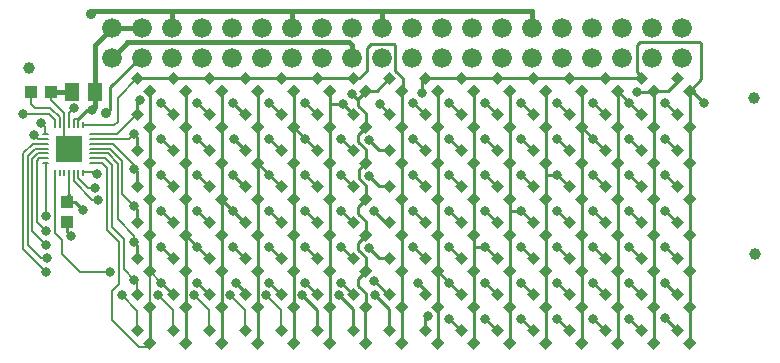
<source format=gbr>
G04 EAGLE Gerber RS-274X export*
G75*
%MOMM*%
%FSLAX34Y34*%
%LPD*%
%INTop Copper*%
%IPPOS*%
%AMOC8*
5,1,8,0,0,1.08239X$1,22.5*%
G01*
%ADD10R,0.800000X0.800000*%
%ADD11C,1.000000*%
%ADD12C,1.676400*%
%ADD13R,2.300000X2.300000*%
%ADD14C,0.180000*%
%ADD15R,1.240000X1.500000*%
%ADD16R,1.075000X1.000000*%
%ADD17R,1.000000X1.075000*%
%ADD18C,0.800100*%
%ADD19C,0.177800*%
%ADD20C,0.203200*%
%ADD21C,0.254000*%
%ADD22C,0.406400*%
%ADD23C,0.906400*%


D10*
G36*
X110264Y10699D02*
X115920Y16355D01*
X121576Y10699D01*
X115920Y5043D01*
X110264Y10699D01*
G37*
G36*
X99658Y21305D02*
X105314Y26961D01*
X110970Y21305D01*
X105314Y15649D01*
X99658Y21305D01*
G37*
G36*
X110264Y41179D02*
X115920Y46835D01*
X121576Y41179D01*
X115920Y35523D01*
X110264Y41179D01*
G37*
G36*
X99658Y51785D02*
X105314Y57441D01*
X110970Y51785D01*
X105314Y46129D01*
X99658Y51785D01*
G37*
G36*
X110264Y71659D02*
X115920Y77315D01*
X121576Y71659D01*
X115920Y66003D01*
X110264Y71659D01*
G37*
G36*
X99658Y82265D02*
X105314Y87921D01*
X110970Y82265D01*
X105314Y76609D01*
X99658Y82265D01*
G37*
G36*
X110264Y102139D02*
X115920Y107795D01*
X121576Y102139D01*
X115920Y96483D01*
X110264Y102139D01*
G37*
G36*
X99658Y112745D02*
X105314Y118401D01*
X110970Y112745D01*
X105314Y107089D01*
X99658Y112745D01*
G37*
G36*
X110264Y132619D02*
X115920Y138275D01*
X121576Y132619D01*
X115920Y126963D01*
X110264Y132619D01*
G37*
G36*
X99658Y143225D02*
X105314Y148881D01*
X110970Y143225D01*
X105314Y137569D01*
X99658Y143225D01*
G37*
G36*
X110264Y163099D02*
X115920Y168755D01*
X121576Y163099D01*
X115920Y157443D01*
X110264Y163099D01*
G37*
G36*
X99658Y173705D02*
X105314Y179361D01*
X110970Y173705D01*
X105314Y168049D01*
X99658Y173705D01*
G37*
G36*
X110264Y193579D02*
X115920Y199235D01*
X121576Y193579D01*
X115920Y187923D01*
X110264Y193579D01*
G37*
G36*
X99658Y204185D02*
X105314Y209841D01*
X110970Y204185D01*
X105314Y198529D01*
X99658Y204185D01*
G37*
G36*
X110264Y224059D02*
X115920Y229715D01*
X121576Y224059D01*
X115920Y218403D01*
X110264Y224059D01*
G37*
G36*
X99658Y234665D02*
X105314Y240321D01*
X110970Y234665D01*
X105314Y229009D01*
X99658Y234665D01*
G37*
G36*
X140744Y10699D02*
X146400Y16355D01*
X152056Y10699D01*
X146400Y5043D01*
X140744Y10699D01*
G37*
G36*
X130138Y21305D02*
X135794Y26961D01*
X141450Y21305D01*
X135794Y15649D01*
X130138Y21305D01*
G37*
G36*
X140744Y41179D02*
X146400Y46835D01*
X152056Y41179D01*
X146400Y35523D01*
X140744Y41179D01*
G37*
G36*
X130138Y51785D02*
X135794Y57441D01*
X141450Y51785D01*
X135794Y46129D01*
X130138Y51785D01*
G37*
G36*
X140744Y71659D02*
X146400Y77315D01*
X152056Y71659D01*
X146400Y66003D01*
X140744Y71659D01*
G37*
G36*
X130138Y82265D02*
X135794Y87921D01*
X141450Y82265D01*
X135794Y76609D01*
X130138Y82265D01*
G37*
G36*
X140744Y102139D02*
X146400Y107795D01*
X152056Y102139D01*
X146400Y96483D01*
X140744Y102139D01*
G37*
G36*
X130138Y112745D02*
X135794Y118401D01*
X141450Y112745D01*
X135794Y107089D01*
X130138Y112745D01*
G37*
G36*
X140744Y132619D02*
X146400Y138275D01*
X152056Y132619D01*
X146400Y126963D01*
X140744Y132619D01*
G37*
G36*
X130138Y143225D02*
X135794Y148881D01*
X141450Y143225D01*
X135794Y137569D01*
X130138Y143225D01*
G37*
G36*
X140744Y163099D02*
X146400Y168755D01*
X152056Y163099D01*
X146400Y157443D01*
X140744Y163099D01*
G37*
G36*
X130138Y173705D02*
X135794Y179361D01*
X141450Y173705D01*
X135794Y168049D01*
X130138Y173705D01*
G37*
G36*
X140744Y193579D02*
X146400Y199235D01*
X152056Y193579D01*
X146400Y187923D01*
X140744Y193579D01*
G37*
G36*
X130138Y204185D02*
X135794Y209841D01*
X141450Y204185D01*
X135794Y198529D01*
X130138Y204185D01*
G37*
G36*
X140744Y224059D02*
X146400Y229715D01*
X152056Y224059D01*
X146400Y218403D01*
X140744Y224059D01*
G37*
G36*
X130138Y234665D02*
X135794Y240321D01*
X141450Y234665D01*
X135794Y229009D01*
X130138Y234665D01*
G37*
G36*
X171224Y10699D02*
X176880Y16355D01*
X182536Y10699D01*
X176880Y5043D01*
X171224Y10699D01*
G37*
G36*
X160618Y21305D02*
X166274Y26961D01*
X171930Y21305D01*
X166274Y15649D01*
X160618Y21305D01*
G37*
G36*
X171224Y41179D02*
X176880Y46835D01*
X182536Y41179D01*
X176880Y35523D01*
X171224Y41179D01*
G37*
G36*
X160618Y51785D02*
X166274Y57441D01*
X171930Y51785D01*
X166274Y46129D01*
X160618Y51785D01*
G37*
G36*
X171224Y71659D02*
X176880Y77315D01*
X182536Y71659D01*
X176880Y66003D01*
X171224Y71659D01*
G37*
G36*
X160618Y82265D02*
X166274Y87921D01*
X171930Y82265D01*
X166274Y76609D01*
X160618Y82265D01*
G37*
G36*
X171224Y102139D02*
X176880Y107795D01*
X182536Y102139D01*
X176880Y96483D01*
X171224Y102139D01*
G37*
G36*
X160618Y112745D02*
X166274Y118401D01*
X171930Y112745D01*
X166274Y107089D01*
X160618Y112745D01*
G37*
G36*
X171224Y132619D02*
X176880Y138275D01*
X182536Y132619D01*
X176880Y126963D01*
X171224Y132619D01*
G37*
G36*
X160618Y143225D02*
X166274Y148881D01*
X171930Y143225D01*
X166274Y137569D01*
X160618Y143225D01*
G37*
G36*
X171224Y163099D02*
X176880Y168755D01*
X182536Y163099D01*
X176880Y157443D01*
X171224Y163099D01*
G37*
G36*
X160618Y173705D02*
X166274Y179361D01*
X171930Y173705D01*
X166274Y168049D01*
X160618Y173705D01*
G37*
G36*
X171224Y193579D02*
X176880Y199235D01*
X182536Y193579D01*
X176880Y187923D01*
X171224Y193579D01*
G37*
G36*
X160618Y204185D02*
X166274Y209841D01*
X171930Y204185D01*
X166274Y198529D01*
X160618Y204185D01*
G37*
G36*
X171224Y224059D02*
X176880Y229715D01*
X182536Y224059D01*
X176880Y218403D01*
X171224Y224059D01*
G37*
G36*
X160618Y234665D02*
X166274Y240321D01*
X171930Y234665D01*
X166274Y229009D01*
X160618Y234665D01*
G37*
G36*
X201704Y10699D02*
X207360Y16355D01*
X213016Y10699D01*
X207360Y5043D01*
X201704Y10699D01*
G37*
G36*
X191098Y21305D02*
X196754Y26961D01*
X202410Y21305D01*
X196754Y15649D01*
X191098Y21305D01*
G37*
G36*
X201704Y41179D02*
X207360Y46835D01*
X213016Y41179D01*
X207360Y35523D01*
X201704Y41179D01*
G37*
G36*
X191098Y51785D02*
X196754Y57441D01*
X202410Y51785D01*
X196754Y46129D01*
X191098Y51785D01*
G37*
G36*
X201704Y71659D02*
X207360Y77315D01*
X213016Y71659D01*
X207360Y66003D01*
X201704Y71659D01*
G37*
G36*
X191098Y82265D02*
X196754Y87921D01*
X202410Y82265D01*
X196754Y76609D01*
X191098Y82265D01*
G37*
G36*
X201704Y102139D02*
X207360Y107795D01*
X213016Y102139D01*
X207360Y96483D01*
X201704Y102139D01*
G37*
G36*
X191098Y112745D02*
X196754Y118401D01*
X202410Y112745D01*
X196754Y107089D01*
X191098Y112745D01*
G37*
G36*
X201704Y132619D02*
X207360Y138275D01*
X213016Y132619D01*
X207360Y126963D01*
X201704Y132619D01*
G37*
G36*
X191098Y143225D02*
X196754Y148881D01*
X202410Y143225D01*
X196754Y137569D01*
X191098Y143225D01*
G37*
G36*
X201704Y163099D02*
X207360Y168755D01*
X213016Y163099D01*
X207360Y157443D01*
X201704Y163099D01*
G37*
G36*
X191098Y173705D02*
X196754Y179361D01*
X202410Y173705D01*
X196754Y168049D01*
X191098Y173705D01*
G37*
G36*
X201704Y193579D02*
X207360Y199235D01*
X213016Y193579D01*
X207360Y187923D01*
X201704Y193579D01*
G37*
G36*
X191098Y204185D02*
X196754Y209841D01*
X202410Y204185D01*
X196754Y198529D01*
X191098Y204185D01*
G37*
G36*
X201704Y224059D02*
X207360Y229715D01*
X213016Y224059D01*
X207360Y218403D01*
X201704Y224059D01*
G37*
G36*
X191098Y234665D02*
X196754Y240321D01*
X202410Y234665D01*
X196754Y229009D01*
X191098Y234665D01*
G37*
G36*
X232184Y10699D02*
X237840Y16355D01*
X243496Y10699D01*
X237840Y5043D01*
X232184Y10699D01*
G37*
G36*
X221578Y21305D02*
X227234Y26961D01*
X232890Y21305D01*
X227234Y15649D01*
X221578Y21305D01*
G37*
G36*
X232184Y41179D02*
X237840Y46835D01*
X243496Y41179D01*
X237840Y35523D01*
X232184Y41179D01*
G37*
G36*
X221578Y51785D02*
X227234Y57441D01*
X232890Y51785D01*
X227234Y46129D01*
X221578Y51785D01*
G37*
G36*
X232184Y71659D02*
X237840Y77315D01*
X243496Y71659D01*
X237840Y66003D01*
X232184Y71659D01*
G37*
G36*
X221578Y82265D02*
X227234Y87921D01*
X232890Y82265D01*
X227234Y76609D01*
X221578Y82265D01*
G37*
G36*
X232184Y102139D02*
X237840Y107795D01*
X243496Y102139D01*
X237840Y96483D01*
X232184Y102139D01*
G37*
G36*
X221578Y112745D02*
X227234Y118401D01*
X232890Y112745D01*
X227234Y107089D01*
X221578Y112745D01*
G37*
G36*
X232184Y132619D02*
X237840Y138275D01*
X243496Y132619D01*
X237840Y126963D01*
X232184Y132619D01*
G37*
G36*
X221578Y143225D02*
X227234Y148881D01*
X232890Y143225D01*
X227234Y137569D01*
X221578Y143225D01*
G37*
G36*
X232184Y163099D02*
X237840Y168755D01*
X243496Y163099D01*
X237840Y157443D01*
X232184Y163099D01*
G37*
G36*
X221578Y173705D02*
X227234Y179361D01*
X232890Y173705D01*
X227234Y168049D01*
X221578Y173705D01*
G37*
G36*
X232184Y193579D02*
X237840Y199235D01*
X243496Y193579D01*
X237840Y187923D01*
X232184Y193579D01*
G37*
G36*
X221578Y204185D02*
X227234Y209841D01*
X232890Y204185D01*
X227234Y198529D01*
X221578Y204185D01*
G37*
G36*
X232184Y224059D02*
X237840Y229715D01*
X243496Y224059D01*
X237840Y218403D01*
X232184Y224059D01*
G37*
G36*
X221578Y234665D02*
X227234Y240321D01*
X232890Y234665D01*
X227234Y229009D01*
X221578Y234665D01*
G37*
G36*
X262664Y10699D02*
X268320Y16355D01*
X273976Y10699D01*
X268320Y5043D01*
X262664Y10699D01*
G37*
G36*
X252058Y21305D02*
X257714Y26961D01*
X263370Y21305D01*
X257714Y15649D01*
X252058Y21305D01*
G37*
G36*
X262664Y41179D02*
X268320Y46835D01*
X273976Y41179D01*
X268320Y35523D01*
X262664Y41179D01*
G37*
G36*
X252058Y51785D02*
X257714Y57441D01*
X263370Y51785D01*
X257714Y46129D01*
X252058Y51785D01*
G37*
G36*
X262664Y71659D02*
X268320Y77315D01*
X273976Y71659D01*
X268320Y66003D01*
X262664Y71659D01*
G37*
G36*
X252058Y82265D02*
X257714Y87921D01*
X263370Y82265D01*
X257714Y76609D01*
X252058Y82265D01*
G37*
G36*
X262664Y102139D02*
X268320Y107795D01*
X273976Y102139D01*
X268320Y96483D01*
X262664Y102139D01*
G37*
G36*
X252058Y112745D02*
X257714Y118401D01*
X263370Y112745D01*
X257714Y107089D01*
X252058Y112745D01*
G37*
G36*
X262664Y132619D02*
X268320Y138275D01*
X273976Y132619D01*
X268320Y126963D01*
X262664Y132619D01*
G37*
G36*
X252058Y143225D02*
X257714Y148881D01*
X263370Y143225D01*
X257714Y137569D01*
X252058Y143225D01*
G37*
G36*
X262664Y163099D02*
X268320Y168755D01*
X273976Y163099D01*
X268320Y157443D01*
X262664Y163099D01*
G37*
G36*
X252058Y173705D02*
X257714Y179361D01*
X263370Y173705D01*
X257714Y168049D01*
X252058Y173705D01*
G37*
G36*
X262664Y193579D02*
X268320Y199235D01*
X273976Y193579D01*
X268320Y187923D01*
X262664Y193579D01*
G37*
G36*
X252058Y204185D02*
X257714Y209841D01*
X263370Y204185D01*
X257714Y198529D01*
X252058Y204185D01*
G37*
G36*
X262664Y224059D02*
X268320Y229715D01*
X273976Y224059D01*
X268320Y218403D01*
X262664Y224059D01*
G37*
G36*
X252058Y234665D02*
X257714Y240321D01*
X263370Y234665D01*
X257714Y229009D01*
X252058Y234665D01*
G37*
G36*
X293144Y10699D02*
X298800Y16355D01*
X304456Y10699D01*
X298800Y5043D01*
X293144Y10699D01*
G37*
G36*
X282538Y21305D02*
X288194Y26961D01*
X293850Y21305D01*
X288194Y15649D01*
X282538Y21305D01*
G37*
G36*
X293144Y41179D02*
X298800Y46835D01*
X304456Y41179D01*
X298800Y35523D01*
X293144Y41179D01*
G37*
G36*
X282538Y51785D02*
X288194Y57441D01*
X293850Y51785D01*
X288194Y46129D01*
X282538Y51785D01*
G37*
G36*
X293144Y71659D02*
X298800Y77315D01*
X304456Y71659D01*
X298800Y66003D01*
X293144Y71659D01*
G37*
G36*
X282538Y82265D02*
X288194Y87921D01*
X293850Y82265D01*
X288194Y76609D01*
X282538Y82265D01*
G37*
G36*
X293144Y102139D02*
X298800Y107795D01*
X304456Y102139D01*
X298800Y96483D01*
X293144Y102139D01*
G37*
G36*
X282538Y112745D02*
X288194Y118401D01*
X293850Y112745D01*
X288194Y107089D01*
X282538Y112745D01*
G37*
G36*
X293144Y132619D02*
X298800Y138275D01*
X304456Y132619D01*
X298800Y126963D01*
X293144Y132619D01*
G37*
G36*
X282538Y143225D02*
X288194Y148881D01*
X293850Y143225D01*
X288194Y137569D01*
X282538Y143225D01*
G37*
G36*
X293144Y163099D02*
X298800Y168755D01*
X304456Y163099D01*
X298800Y157443D01*
X293144Y163099D01*
G37*
G36*
X282538Y173705D02*
X288194Y179361D01*
X293850Y173705D01*
X288194Y168049D01*
X282538Y173705D01*
G37*
G36*
X293144Y193579D02*
X298800Y199235D01*
X304456Y193579D01*
X298800Y187923D01*
X293144Y193579D01*
G37*
G36*
X282538Y204185D02*
X288194Y209841D01*
X293850Y204185D01*
X288194Y198529D01*
X282538Y204185D01*
G37*
G36*
X293144Y224059D02*
X298800Y229715D01*
X304456Y224059D01*
X298800Y218403D01*
X293144Y224059D01*
G37*
G36*
X282538Y234665D02*
X288194Y240321D01*
X293850Y234665D01*
X288194Y229009D01*
X282538Y234665D01*
G37*
G36*
X323624Y10699D02*
X329280Y16355D01*
X334936Y10699D01*
X329280Y5043D01*
X323624Y10699D01*
G37*
G36*
X313018Y21305D02*
X318674Y26961D01*
X324330Y21305D01*
X318674Y15649D01*
X313018Y21305D01*
G37*
G36*
X323624Y41179D02*
X329280Y46835D01*
X334936Y41179D01*
X329280Y35523D01*
X323624Y41179D01*
G37*
G36*
X313018Y51785D02*
X318674Y57441D01*
X324330Y51785D01*
X318674Y46129D01*
X313018Y51785D01*
G37*
G36*
X323624Y71659D02*
X329280Y77315D01*
X334936Y71659D01*
X329280Y66003D01*
X323624Y71659D01*
G37*
G36*
X313018Y82265D02*
X318674Y87921D01*
X324330Y82265D01*
X318674Y76609D01*
X313018Y82265D01*
G37*
G36*
X323624Y102139D02*
X329280Y107795D01*
X334936Y102139D01*
X329280Y96483D01*
X323624Y102139D01*
G37*
G36*
X313018Y112745D02*
X318674Y118401D01*
X324330Y112745D01*
X318674Y107089D01*
X313018Y112745D01*
G37*
G36*
X323624Y132619D02*
X329280Y138275D01*
X334936Y132619D01*
X329280Y126963D01*
X323624Y132619D01*
G37*
G36*
X313018Y143225D02*
X318674Y148881D01*
X324330Y143225D01*
X318674Y137569D01*
X313018Y143225D01*
G37*
G36*
X323624Y163099D02*
X329280Y168755D01*
X334936Y163099D01*
X329280Y157443D01*
X323624Y163099D01*
G37*
G36*
X313018Y173705D02*
X318674Y179361D01*
X324330Y173705D01*
X318674Y168049D01*
X313018Y173705D01*
G37*
G36*
X323624Y193579D02*
X329280Y199235D01*
X334936Y193579D01*
X329280Y187923D01*
X323624Y193579D01*
G37*
G36*
X313018Y204185D02*
X318674Y209841D01*
X324330Y204185D01*
X318674Y198529D01*
X313018Y204185D01*
G37*
G36*
X323624Y224059D02*
X329280Y229715D01*
X334936Y224059D01*
X329280Y218403D01*
X323624Y224059D01*
G37*
G36*
X313018Y234665D02*
X318674Y240321D01*
X324330Y234665D01*
X318674Y229009D01*
X313018Y234665D01*
G37*
G36*
X354104Y10699D02*
X359760Y16355D01*
X365416Y10699D01*
X359760Y5043D01*
X354104Y10699D01*
G37*
G36*
X343498Y21305D02*
X349154Y26961D01*
X354810Y21305D01*
X349154Y15649D01*
X343498Y21305D01*
G37*
G36*
X354104Y41179D02*
X359760Y46835D01*
X365416Y41179D01*
X359760Y35523D01*
X354104Y41179D01*
G37*
G36*
X343498Y51785D02*
X349154Y57441D01*
X354810Y51785D01*
X349154Y46129D01*
X343498Y51785D01*
G37*
G36*
X354104Y71659D02*
X359760Y77315D01*
X365416Y71659D01*
X359760Y66003D01*
X354104Y71659D01*
G37*
G36*
X343498Y82265D02*
X349154Y87921D01*
X354810Y82265D01*
X349154Y76609D01*
X343498Y82265D01*
G37*
G36*
X354104Y102139D02*
X359760Y107795D01*
X365416Y102139D01*
X359760Y96483D01*
X354104Y102139D01*
G37*
G36*
X343498Y112745D02*
X349154Y118401D01*
X354810Y112745D01*
X349154Y107089D01*
X343498Y112745D01*
G37*
G36*
X354104Y132619D02*
X359760Y138275D01*
X365416Y132619D01*
X359760Y126963D01*
X354104Y132619D01*
G37*
G36*
X343498Y143225D02*
X349154Y148881D01*
X354810Y143225D01*
X349154Y137569D01*
X343498Y143225D01*
G37*
G36*
X354104Y163099D02*
X359760Y168755D01*
X365416Y163099D01*
X359760Y157443D01*
X354104Y163099D01*
G37*
G36*
X343498Y173705D02*
X349154Y179361D01*
X354810Y173705D01*
X349154Y168049D01*
X343498Y173705D01*
G37*
G36*
X354104Y193579D02*
X359760Y199235D01*
X365416Y193579D01*
X359760Y187923D01*
X354104Y193579D01*
G37*
G36*
X343498Y204185D02*
X349154Y209841D01*
X354810Y204185D01*
X349154Y198529D01*
X343498Y204185D01*
G37*
G36*
X354104Y224059D02*
X359760Y229715D01*
X365416Y224059D01*
X359760Y218403D01*
X354104Y224059D01*
G37*
G36*
X343498Y234665D02*
X349154Y240321D01*
X354810Y234665D01*
X349154Y229009D01*
X343498Y234665D01*
G37*
G36*
X384584Y10699D02*
X390240Y16355D01*
X395896Y10699D01*
X390240Y5043D01*
X384584Y10699D01*
G37*
G36*
X373978Y21305D02*
X379634Y26961D01*
X385290Y21305D01*
X379634Y15649D01*
X373978Y21305D01*
G37*
G36*
X384584Y41179D02*
X390240Y46835D01*
X395896Y41179D01*
X390240Y35523D01*
X384584Y41179D01*
G37*
G36*
X373978Y51785D02*
X379634Y57441D01*
X385290Y51785D01*
X379634Y46129D01*
X373978Y51785D01*
G37*
G36*
X384584Y71659D02*
X390240Y77315D01*
X395896Y71659D01*
X390240Y66003D01*
X384584Y71659D01*
G37*
G36*
X373978Y82265D02*
X379634Y87921D01*
X385290Y82265D01*
X379634Y76609D01*
X373978Y82265D01*
G37*
G36*
X384584Y102139D02*
X390240Y107795D01*
X395896Y102139D01*
X390240Y96483D01*
X384584Y102139D01*
G37*
G36*
X373978Y112745D02*
X379634Y118401D01*
X385290Y112745D01*
X379634Y107089D01*
X373978Y112745D01*
G37*
G36*
X384584Y132619D02*
X390240Y138275D01*
X395896Y132619D01*
X390240Y126963D01*
X384584Y132619D01*
G37*
G36*
X373978Y143225D02*
X379634Y148881D01*
X385290Y143225D01*
X379634Y137569D01*
X373978Y143225D01*
G37*
G36*
X384584Y163099D02*
X390240Y168755D01*
X395896Y163099D01*
X390240Y157443D01*
X384584Y163099D01*
G37*
G36*
X373978Y173705D02*
X379634Y179361D01*
X385290Y173705D01*
X379634Y168049D01*
X373978Y173705D01*
G37*
G36*
X384584Y193579D02*
X390240Y199235D01*
X395896Y193579D01*
X390240Y187923D01*
X384584Y193579D01*
G37*
G36*
X373978Y204185D02*
X379634Y209841D01*
X385290Y204185D01*
X379634Y198529D01*
X373978Y204185D01*
G37*
G36*
X384584Y224059D02*
X390240Y229715D01*
X395896Y224059D01*
X390240Y218403D01*
X384584Y224059D01*
G37*
G36*
X373978Y234665D02*
X379634Y240321D01*
X385290Y234665D01*
X379634Y229009D01*
X373978Y234665D01*
G37*
G36*
X415064Y10699D02*
X420720Y16355D01*
X426376Y10699D01*
X420720Y5043D01*
X415064Y10699D01*
G37*
G36*
X404458Y21305D02*
X410114Y26961D01*
X415770Y21305D01*
X410114Y15649D01*
X404458Y21305D01*
G37*
G36*
X415064Y41179D02*
X420720Y46835D01*
X426376Y41179D01*
X420720Y35523D01*
X415064Y41179D01*
G37*
G36*
X404458Y51785D02*
X410114Y57441D01*
X415770Y51785D01*
X410114Y46129D01*
X404458Y51785D01*
G37*
G36*
X415064Y71659D02*
X420720Y77315D01*
X426376Y71659D01*
X420720Y66003D01*
X415064Y71659D01*
G37*
G36*
X404458Y82265D02*
X410114Y87921D01*
X415770Y82265D01*
X410114Y76609D01*
X404458Y82265D01*
G37*
G36*
X415064Y102139D02*
X420720Y107795D01*
X426376Y102139D01*
X420720Y96483D01*
X415064Y102139D01*
G37*
G36*
X404458Y112745D02*
X410114Y118401D01*
X415770Y112745D01*
X410114Y107089D01*
X404458Y112745D01*
G37*
G36*
X415064Y132619D02*
X420720Y138275D01*
X426376Y132619D01*
X420720Y126963D01*
X415064Y132619D01*
G37*
G36*
X404458Y143225D02*
X410114Y148881D01*
X415770Y143225D01*
X410114Y137569D01*
X404458Y143225D01*
G37*
G36*
X415064Y163099D02*
X420720Y168755D01*
X426376Y163099D01*
X420720Y157443D01*
X415064Y163099D01*
G37*
G36*
X404458Y173705D02*
X410114Y179361D01*
X415770Y173705D01*
X410114Y168049D01*
X404458Y173705D01*
G37*
G36*
X415064Y193579D02*
X420720Y199235D01*
X426376Y193579D01*
X420720Y187923D01*
X415064Y193579D01*
G37*
G36*
X404458Y204185D02*
X410114Y209841D01*
X415770Y204185D01*
X410114Y198529D01*
X404458Y204185D01*
G37*
G36*
X415064Y224059D02*
X420720Y229715D01*
X426376Y224059D01*
X420720Y218403D01*
X415064Y224059D01*
G37*
G36*
X404458Y234665D02*
X410114Y240321D01*
X415770Y234665D01*
X410114Y229009D01*
X404458Y234665D01*
G37*
G36*
X445544Y10699D02*
X451200Y16355D01*
X456856Y10699D01*
X451200Y5043D01*
X445544Y10699D01*
G37*
G36*
X434938Y21305D02*
X440594Y26961D01*
X446250Y21305D01*
X440594Y15649D01*
X434938Y21305D01*
G37*
G36*
X445544Y41179D02*
X451200Y46835D01*
X456856Y41179D01*
X451200Y35523D01*
X445544Y41179D01*
G37*
G36*
X434938Y51785D02*
X440594Y57441D01*
X446250Y51785D01*
X440594Y46129D01*
X434938Y51785D01*
G37*
G36*
X445544Y71659D02*
X451200Y77315D01*
X456856Y71659D01*
X451200Y66003D01*
X445544Y71659D01*
G37*
G36*
X434938Y82265D02*
X440594Y87921D01*
X446250Y82265D01*
X440594Y76609D01*
X434938Y82265D01*
G37*
G36*
X445544Y102139D02*
X451200Y107795D01*
X456856Y102139D01*
X451200Y96483D01*
X445544Y102139D01*
G37*
G36*
X434938Y112745D02*
X440594Y118401D01*
X446250Y112745D01*
X440594Y107089D01*
X434938Y112745D01*
G37*
G36*
X445544Y132619D02*
X451200Y138275D01*
X456856Y132619D01*
X451200Y126963D01*
X445544Y132619D01*
G37*
G36*
X434938Y143225D02*
X440594Y148881D01*
X446250Y143225D01*
X440594Y137569D01*
X434938Y143225D01*
G37*
G36*
X445544Y163099D02*
X451200Y168755D01*
X456856Y163099D01*
X451200Y157443D01*
X445544Y163099D01*
G37*
G36*
X434938Y173705D02*
X440594Y179361D01*
X446250Y173705D01*
X440594Y168049D01*
X434938Y173705D01*
G37*
G36*
X445544Y193579D02*
X451200Y199235D01*
X456856Y193579D01*
X451200Y187923D01*
X445544Y193579D01*
G37*
G36*
X434938Y204185D02*
X440594Y209841D01*
X446250Y204185D01*
X440594Y198529D01*
X434938Y204185D01*
G37*
G36*
X445544Y224059D02*
X451200Y229715D01*
X456856Y224059D01*
X451200Y218403D01*
X445544Y224059D01*
G37*
G36*
X434938Y234665D02*
X440594Y240321D01*
X446250Y234665D01*
X440594Y229009D01*
X434938Y234665D01*
G37*
G36*
X476024Y10699D02*
X481680Y16355D01*
X487336Y10699D01*
X481680Y5043D01*
X476024Y10699D01*
G37*
G36*
X465418Y21305D02*
X471074Y26961D01*
X476730Y21305D01*
X471074Y15649D01*
X465418Y21305D01*
G37*
G36*
X476024Y41179D02*
X481680Y46835D01*
X487336Y41179D01*
X481680Y35523D01*
X476024Y41179D01*
G37*
G36*
X465418Y51785D02*
X471074Y57441D01*
X476730Y51785D01*
X471074Y46129D01*
X465418Y51785D01*
G37*
G36*
X476024Y71659D02*
X481680Y77315D01*
X487336Y71659D01*
X481680Y66003D01*
X476024Y71659D01*
G37*
G36*
X465418Y82265D02*
X471074Y87921D01*
X476730Y82265D01*
X471074Y76609D01*
X465418Y82265D01*
G37*
G36*
X476024Y102139D02*
X481680Y107795D01*
X487336Y102139D01*
X481680Y96483D01*
X476024Y102139D01*
G37*
G36*
X465418Y112745D02*
X471074Y118401D01*
X476730Y112745D01*
X471074Y107089D01*
X465418Y112745D01*
G37*
G36*
X476024Y132619D02*
X481680Y138275D01*
X487336Y132619D01*
X481680Y126963D01*
X476024Y132619D01*
G37*
G36*
X465418Y143225D02*
X471074Y148881D01*
X476730Y143225D01*
X471074Y137569D01*
X465418Y143225D01*
G37*
G36*
X476024Y163099D02*
X481680Y168755D01*
X487336Y163099D01*
X481680Y157443D01*
X476024Y163099D01*
G37*
G36*
X465418Y173705D02*
X471074Y179361D01*
X476730Y173705D01*
X471074Y168049D01*
X465418Y173705D01*
G37*
G36*
X476024Y193579D02*
X481680Y199235D01*
X487336Y193579D01*
X481680Y187923D01*
X476024Y193579D01*
G37*
G36*
X465418Y204185D02*
X471074Y209841D01*
X476730Y204185D01*
X471074Y198529D01*
X465418Y204185D01*
G37*
G36*
X476024Y224059D02*
X481680Y229715D01*
X487336Y224059D01*
X481680Y218403D01*
X476024Y224059D01*
G37*
G36*
X465418Y234665D02*
X471074Y240321D01*
X476730Y234665D01*
X471074Y229009D01*
X465418Y234665D01*
G37*
G36*
X506504Y10699D02*
X512160Y16355D01*
X517816Y10699D01*
X512160Y5043D01*
X506504Y10699D01*
G37*
G36*
X495898Y21305D02*
X501554Y26961D01*
X507210Y21305D01*
X501554Y15649D01*
X495898Y21305D01*
G37*
G36*
X506504Y41179D02*
X512160Y46835D01*
X517816Y41179D01*
X512160Y35523D01*
X506504Y41179D01*
G37*
G36*
X495898Y51785D02*
X501554Y57441D01*
X507210Y51785D01*
X501554Y46129D01*
X495898Y51785D01*
G37*
G36*
X506504Y71659D02*
X512160Y77315D01*
X517816Y71659D01*
X512160Y66003D01*
X506504Y71659D01*
G37*
G36*
X495898Y82265D02*
X501554Y87921D01*
X507210Y82265D01*
X501554Y76609D01*
X495898Y82265D01*
G37*
G36*
X506504Y102139D02*
X512160Y107795D01*
X517816Y102139D01*
X512160Y96483D01*
X506504Y102139D01*
G37*
G36*
X495898Y112745D02*
X501554Y118401D01*
X507210Y112745D01*
X501554Y107089D01*
X495898Y112745D01*
G37*
G36*
X506504Y132619D02*
X512160Y138275D01*
X517816Y132619D01*
X512160Y126963D01*
X506504Y132619D01*
G37*
G36*
X495898Y143225D02*
X501554Y148881D01*
X507210Y143225D01*
X501554Y137569D01*
X495898Y143225D01*
G37*
G36*
X506504Y163099D02*
X512160Y168755D01*
X517816Y163099D01*
X512160Y157443D01*
X506504Y163099D01*
G37*
G36*
X495898Y173705D02*
X501554Y179361D01*
X507210Y173705D01*
X501554Y168049D01*
X495898Y173705D01*
G37*
G36*
X506504Y193579D02*
X512160Y199235D01*
X517816Y193579D01*
X512160Y187923D01*
X506504Y193579D01*
G37*
G36*
X495898Y204185D02*
X501554Y209841D01*
X507210Y204185D01*
X501554Y198529D01*
X495898Y204185D01*
G37*
G36*
X506504Y224059D02*
X512160Y229715D01*
X517816Y224059D01*
X512160Y218403D01*
X506504Y224059D01*
G37*
G36*
X495898Y234665D02*
X501554Y240321D01*
X507210Y234665D01*
X501554Y229009D01*
X495898Y234665D01*
G37*
G36*
X536984Y10699D02*
X542640Y16355D01*
X548296Y10699D01*
X542640Y5043D01*
X536984Y10699D01*
G37*
G36*
X526378Y21305D02*
X532034Y26961D01*
X537690Y21305D01*
X532034Y15649D01*
X526378Y21305D01*
G37*
G36*
X536984Y41179D02*
X542640Y46835D01*
X548296Y41179D01*
X542640Y35523D01*
X536984Y41179D01*
G37*
G36*
X526378Y51785D02*
X532034Y57441D01*
X537690Y51785D01*
X532034Y46129D01*
X526378Y51785D01*
G37*
G36*
X536984Y71659D02*
X542640Y77315D01*
X548296Y71659D01*
X542640Y66003D01*
X536984Y71659D01*
G37*
G36*
X526378Y82265D02*
X532034Y87921D01*
X537690Y82265D01*
X532034Y76609D01*
X526378Y82265D01*
G37*
G36*
X536984Y102139D02*
X542640Y107795D01*
X548296Y102139D01*
X542640Y96483D01*
X536984Y102139D01*
G37*
G36*
X526378Y112745D02*
X532034Y118401D01*
X537690Y112745D01*
X532034Y107089D01*
X526378Y112745D01*
G37*
G36*
X536984Y132619D02*
X542640Y138275D01*
X548296Y132619D01*
X542640Y126963D01*
X536984Y132619D01*
G37*
G36*
X526378Y143225D02*
X532034Y148881D01*
X537690Y143225D01*
X532034Y137569D01*
X526378Y143225D01*
G37*
G36*
X536984Y163099D02*
X542640Y168755D01*
X548296Y163099D01*
X542640Y157443D01*
X536984Y163099D01*
G37*
G36*
X526378Y173705D02*
X532034Y179361D01*
X537690Y173705D01*
X532034Y168049D01*
X526378Y173705D01*
G37*
G36*
X536984Y193579D02*
X542640Y199235D01*
X548296Y193579D01*
X542640Y187923D01*
X536984Y193579D01*
G37*
G36*
X526378Y204185D02*
X532034Y209841D01*
X537690Y204185D01*
X532034Y198529D01*
X526378Y204185D01*
G37*
G36*
X536984Y224059D02*
X542640Y229715D01*
X548296Y224059D01*
X542640Y218403D01*
X536984Y224059D01*
G37*
G36*
X526378Y234665D02*
X532034Y240321D01*
X537690Y234665D01*
X532034Y229009D01*
X526378Y234665D01*
G37*
G36*
X567464Y10699D02*
X573120Y16355D01*
X578776Y10699D01*
X573120Y5043D01*
X567464Y10699D01*
G37*
G36*
X556858Y21305D02*
X562514Y26961D01*
X568170Y21305D01*
X562514Y15649D01*
X556858Y21305D01*
G37*
G36*
X567464Y41179D02*
X573120Y46835D01*
X578776Y41179D01*
X573120Y35523D01*
X567464Y41179D01*
G37*
G36*
X556858Y51785D02*
X562514Y57441D01*
X568170Y51785D01*
X562514Y46129D01*
X556858Y51785D01*
G37*
G36*
X567464Y71659D02*
X573120Y77315D01*
X578776Y71659D01*
X573120Y66003D01*
X567464Y71659D01*
G37*
G36*
X556858Y82265D02*
X562514Y87921D01*
X568170Y82265D01*
X562514Y76609D01*
X556858Y82265D01*
G37*
G36*
X567464Y102139D02*
X573120Y107795D01*
X578776Y102139D01*
X573120Y96483D01*
X567464Y102139D01*
G37*
G36*
X556858Y112745D02*
X562514Y118401D01*
X568170Y112745D01*
X562514Y107089D01*
X556858Y112745D01*
G37*
G36*
X567464Y132619D02*
X573120Y138275D01*
X578776Y132619D01*
X573120Y126963D01*
X567464Y132619D01*
G37*
G36*
X556858Y143225D02*
X562514Y148881D01*
X568170Y143225D01*
X562514Y137569D01*
X556858Y143225D01*
G37*
G36*
X567464Y163099D02*
X573120Y168755D01*
X578776Y163099D01*
X573120Y157443D01*
X567464Y163099D01*
G37*
G36*
X556858Y173705D02*
X562514Y179361D01*
X568170Y173705D01*
X562514Y168049D01*
X556858Y173705D01*
G37*
G36*
X567464Y193579D02*
X573120Y199235D01*
X578776Y193579D01*
X573120Y187923D01*
X567464Y193579D01*
G37*
G36*
X556858Y204185D02*
X562514Y209841D01*
X568170Y204185D01*
X562514Y198529D01*
X556858Y204185D01*
G37*
G36*
X567464Y224059D02*
X573120Y229715D01*
X578776Y224059D01*
X573120Y218403D01*
X567464Y224059D01*
G37*
G36*
X556858Y234665D02*
X562514Y240321D01*
X568170Y234665D01*
X562514Y229009D01*
X556858Y234665D01*
G37*
D11*
X13335Y243205D03*
X627380Y218440D03*
X628650Y86360D03*
D12*
X83700Y252300D03*
X83700Y277700D03*
X109100Y252300D03*
X109100Y277700D03*
X134500Y252300D03*
X134500Y277700D03*
X159900Y252300D03*
X159900Y277700D03*
X185300Y252300D03*
X185300Y277700D03*
X210700Y252300D03*
X210700Y277700D03*
X236100Y252300D03*
X236100Y277700D03*
X261500Y252300D03*
X261500Y277700D03*
X286900Y252300D03*
X286900Y277700D03*
X312300Y252300D03*
X312300Y277700D03*
X337700Y252300D03*
X337700Y277700D03*
X363100Y252300D03*
X363100Y277700D03*
X388500Y252300D03*
X388500Y277700D03*
X413900Y252300D03*
X413900Y277700D03*
X439300Y252300D03*
X439300Y277700D03*
X464700Y252300D03*
X464700Y277700D03*
X490100Y252300D03*
X490100Y277700D03*
X515500Y252300D03*
X515500Y277700D03*
X540900Y252300D03*
X540900Y277700D03*
X566300Y252300D03*
X566300Y277700D03*
D13*
X47625Y175260D03*
D14*
X59625Y193160D02*
X59625Y197360D01*
X55625Y197360D02*
X55625Y193160D01*
X51625Y193160D02*
X51625Y197360D01*
X47625Y197360D02*
X47625Y193160D01*
X43625Y193160D02*
X43625Y197360D01*
X39625Y197360D02*
X39625Y193160D01*
X35625Y193160D02*
X35625Y197360D01*
X29725Y187260D02*
X25525Y187260D01*
X25525Y183260D02*
X29725Y183260D01*
X29725Y179260D02*
X25525Y179260D01*
X25525Y175260D02*
X29725Y175260D01*
X29725Y171260D02*
X25525Y171260D01*
X25525Y167260D02*
X29725Y167260D01*
X29725Y163260D02*
X25525Y163260D01*
X35625Y157360D02*
X35625Y153160D01*
X39625Y153160D02*
X39625Y157360D01*
X43625Y157360D02*
X43625Y153160D01*
X47625Y153160D02*
X47625Y157360D01*
X51625Y157360D02*
X51625Y153160D01*
X55625Y153160D02*
X55625Y157360D01*
X59625Y157360D02*
X59625Y153160D01*
X65525Y163260D02*
X69725Y163260D01*
X69725Y167260D02*
X65525Y167260D01*
X65525Y171260D02*
X69725Y171260D01*
X69725Y175260D02*
X65525Y175260D01*
X65525Y179260D02*
X69725Y179260D01*
X69725Y183260D02*
X65525Y183260D01*
X65525Y187260D02*
X69725Y187260D01*
D15*
X69190Y223520D03*
X50190Y223520D03*
D16*
X32630Y223520D03*
X15630Y223520D03*
D17*
X45720Y113420D03*
X45720Y130420D03*
D18*
X306832Y50927D03*
X276352Y50927D03*
X245237Y50927D03*
X214757Y50927D03*
X184277Y50927D03*
X123317Y50927D03*
X153797Y50927D03*
X92202Y50927D03*
D19*
X69530Y155260D02*
X59625Y155260D01*
X69530Y155260D02*
X71120Y153670D01*
D18*
X71120Y153670D03*
D20*
X105314Y37815D02*
X105314Y21305D01*
X105314Y37815D02*
X92202Y50927D01*
X135794Y38450D02*
X135794Y21305D01*
X135794Y38450D02*
X123317Y50927D01*
X166274Y38450D02*
X166274Y21305D01*
X166274Y38450D02*
X153797Y50927D01*
X196754Y38450D02*
X196754Y21305D01*
X196754Y38450D02*
X184277Y50927D01*
X227234Y38450D02*
X227234Y21305D01*
X227234Y38450D02*
X214757Y50927D01*
D21*
X257714Y38450D02*
X257714Y21305D01*
X257714Y38450D02*
X245237Y50927D01*
X288194Y39085D02*
X288194Y21305D01*
X288194Y39085D02*
X276352Y50927D01*
X318674Y39085D02*
X318674Y21305D01*
X318674Y39085D02*
X306832Y50927D01*
X115920Y41179D02*
X115920Y10699D01*
X115920Y71659D02*
X115920Y102139D01*
X115920Y132619D01*
X115920Y163099D01*
X115920Y193579D01*
X115920Y224059D01*
X156337Y61722D02*
X166274Y51785D01*
D18*
X156337Y61722D03*
X125857Y61722D03*
D21*
X135794Y51785D01*
D18*
X188722Y61722D03*
D21*
X217297Y61722D02*
X227234Y51785D01*
D18*
X217297Y61722D03*
D21*
X247777Y61722D02*
X257714Y51785D01*
D18*
X247777Y61722D03*
D21*
X278257Y61722D02*
X288194Y51785D01*
D18*
X278257Y61722D03*
X306197Y62992D03*
D19*
X75500Y163260D02*
X67625Y163260D01*
X75500Y163260D02*
X80010Y158750D01*
X80010Y106680D01*
X90170Y96520D01*
X90170Y60960D01*
X83820Y54610D01*
X83820Y31750D01*
X106680Y7620D02*
X112842Y7620D01*
X115920Y10699D01*
D20*
X83820Y30480D02*
X83820Y31750D01*
X83820Y30480D02*
X106680Y7620D01*
X115920Y41179D02*
X115920Y71659D01*
X125857Y61722D02*
X125857Y61722D01*
X115920Y71659D01*
D21*
X196754Y53690D02*
X196754Y51785D01*
X196754Y53690D02*
X188722Y61722D01*
X317404Y51785D02*
X318674Y51785D01*
X317404Y51785D02*
X306197Y62992D01*
X146400Y41179D02*
X146400Y10699D01*
X146400Y41179D02*
X146400Y71659D01*
X146400Y102139D02*
X146400Y132619D01*
X146400Y163099D01*
X146400Y193579D01*
X146400Y224059D01*
D18*
X102997Y64262D03*
X301752Y90932D03*
X278257Y92202D03*
D21*
X288194Y82265D01*
X257714Y82265D02*
X247777Y92202D01*
D18*
X247777Y92202D03*
D21*
X227234Y82265D02*
X217297Y92202D01*
D18*
X217297Y92202D03*
D21*
X196754Y82265D02*
X186817Y92202D01*
D18*
X186817Y92202D03*
X156337Y92202D03*
D19*
X77850Y167260D02*
X67625Y167260D01*
X77850Y167260D02*
X83820Y161290D01*
X83820Y109220D01*
X93980Y99060D01*
X93980Y73279D01*
X102997Y64262D01*
D20*
X105314Y61945D02*
X105314Y51785D01*
X105314Y61945D02*
X102997Y64262D01*
D21*
X310419Y82265D02*
X318674Y82265D01*
X310419Y82265D02*
X301752Y90932D01*
X146400Y102139D02*
X146400Y71659D01*
X156337Y92202D02*
X156337Y92202D01*
X146400Y102139D01*
X166274Y82265D02*
X166274Y82265D01*
X156337Y92202D01*
X176880Y41179D02*
X176880Y10699D01*
X176880Y41179D02*
X176880Y71659D01*
X176880Y102139D01*
X176880Y132619D01*
X176880Y163099D01*
X176880Y193579D01*
X176880Y224059D01*
D18*
X305562Y122682D03*
X278257Y122682D03*
D21*
X288194Y112745D01*
X257714Y112745D02*
X247777Y122682D01*
D18*
X247777Y122682D03*
D21*
X227234Y112745D02*
X217297Y122682D01*
D18*
X217297Y122682D03*
X186182Y122682D03*
X102997Y96012D03*
D21*
X125857Y92202D02*
X135794Y82265D01*
D18*
X125857Y92202D03*
D19*
X80200Y171260D02*
X67625Y171260D01*
X80200Y171260D02*
X88900Y162560D01*
X88900Y115570D01*
X102870Y101600D01*
X102870Y96139D01*
X102997Y96012D01*
D21*
X315499Y112745D02*
X318674Y112745D01*
X315499Y112745D02*
X305562Y122682D01*
X105314Y93695D02*
X105314Y82265D01*
X105314Y93695D02*
X102997Y96012D01*
X176880Y131984D02*
X176880Y132619D01*
X176880Y131984D02*
X186182Y122682D01*
X196119Y112745D02*
X196754Y112745D01*
X196119Y112745D02*
X186182Y122682D01*
X207360Y193579D02*
X207360Y224059D01*
X207360Y193579D02*
X207360Y163099D01*
X207360Y102139D02*
X207360Y71659D01*
X207360Y41179D01*
X207360Y10699D01*
X166274Y112745D02*
X156337Y122682D01*
D18*
X156337Y122682D03*
X125857Y122682D03*
D21*
X135794Y112745D01*
D18*
X102997Y126492D03*
X301752Y151892D03*
X278257Y153162D03*
D21*
X288194Y143225D01*
X257714Y143225D02*
X247777Y153162D01*
D18*
X247777Y153162D03*
D21*
X227234Y143225D02*
X217297Y153162D01*
D18*
X217297Y153162D03*
D21*
X207360Y163099D01*
D19*
X82550Y175260D02*
X67625Y175260D01*
X82550Y175260D02*
X92710Y165100D01*
X92710Y136779D01*
X102997Y126492D01*
D21*
X310419Y143225D02*
X318674Y143225D01*
X310419Y143225D02*
X301752Y151892D01*
X105314Y124175D02*
X105314Y112745D01*
X105314Y124175D02*
X102997Y126492D01*
X207360Y102139D02*
X207360Y102139D01*
X207360Y132619D01*
X207360Y163099D01*
X237840Y193579D02*
X237840Y224059D01*
X237840Y41179D02*
X237840Y10699D01*
X237840Y41179D02*
X237840Y71659D01*
X237840Y102139D01*
X237840Y132619D01*
X237840Y163099D01*
X237840Y193579D01*
D18*
X186182Y153162D03*
X156337Y153162D03*
D21*
X166274Y143225D01*
X135794Y143225D02*
X125857Y153162D01*
D18*
X125857Y153162D03*
X102997Y158242D03*
D21*
X247777Y183642D02*
X257714Y173705D01*
D18*
X247777Y183642D03*
X278257Y183642D03*
D21*
X288194Y173705D01*
D18*
X301752Y182372D03*
D21*
X247777Y183642D02*
X237840Y193579D01*
D19*
X84900Y179260D02*
X67625Y179260D01*
X84900Y179260D02*
X102870Y161290D01*
X102870Y158369D01*
X102997Y158242D01*
D21*
X310419Y173705D02*
X318674Y173705D01*
X310419Y173705D02*
X301752Y182372D01*
X105314Y155925D02*
X105314Y143225D01*
X105314Y155925D02*
X102997Y158242D01*
X196119Y143225D02*
X196754Y143225D01*
X196119Y143225D02*
X186182Y153162D01*
X268320Y41179D02*
X268320Y10699D01*
X268320Y41179D02*
X268320Y71659D01*
X268320Y102139D01*
X268320Y132619D01*
X268320Y163099D01*
X268320Y193579D01*
D18*
X102997Y187452D03*
D21*
X125857Y183642D02*
X135794Y173705D01*
D18*
X125857Y183642D03*
D21*
X156337Y183642D02*
X166274Y173705D01*
D18*
X156337Y183642D03*
X187452Y183007D03*
D21*
X217297Y183642D02*
X227234Y173705D01*
D18*
X217297Y183642D03*
X310642Y212852D03*
X279527Y212852D03*
D21*
X288194Y204185D01*
D19*
X98805Y183260D02*
X67625Y183260D01*
X98805Y183260D02*
X102997Y187452D01*
D21*
X268320Y213360D02*
X268320Y224059D01*
X268320Y213360D02*
X268320Y193579D01*
X268828Y212852D02*
X279527Y212852D01*
X268828Y212852D02*
X268320Y213360D01*
X105314Y185135D02*
X105314Y173705D01*
X105314Y185135D02*
X102997Y187452D01*
X196754Y173705D02*
X196754Y173705D01*
X187452Y183007D01*
X318674Y204185D02*
X318674Y204820D01*
X310642Y212852D01*
X257714Y204185D02*
X247777Y214122D01*
D18*
X247777Y214122D03*
X217297Y214122D03*
D21*
X227234Y204185D01*
D18*
X186182Y214122D03*
D21*
X166274Y204185D02*
X156337Y214122D01*
D18*
X156337Y214122D03*
D21*
X135794Y204185D02*
X125857Y214122D01*
D18*
X125857Y214122D03*
X108077Y216027D03*
X287147Y221742D03*
D21*
X292227Y59182D02*
X298800Y52609D01*
X292227Y59182D02*
X292227Y65085D01*
X298800Y71659D01*
X298800Y83089D02*
X292227Y89662D01*
X292227Y95565D01*
X298800Y102139D01*
X298800Y113569D02*
X292227Y120142D01*
X292227Y126045D01*
X298800Y132619D01*
X298800Y144049D02*
X293497Y149352D01*
X293497Y157795D01*
X298800Y163099D01*
X298800Y174529D02*
X292227Y181102D01*
X292227Y187005D01*
X298800Y193579D01*
X298800Y205009D02*
X292227Y211582D01*
X292227Y217485D01*
X298800Y224059D01*
X292227Y217485D02*
X291404Y217485D01*
X287147Y221742D01*
D19*
X88388Y187260D02*
X67625Y187260D01*
X88388Y187260D02*
X105314Y204185D01*
D21*
X298354Y40732D02*
X298354Y11145D01*
X298800Y10699D01*
X298800Y41179D02*
X298800Y52609D01*
X298800Y41179D02*
X298800Y41179D01*
X298354Y40732D01*
X298800Y132619D02*
X298800Y144049D01*
X298800Y144049D01*
X298800Y163099D02*
X298800Y174529D01*
X298800Y174529D01*
X105314Y204185D02*
X105314Y213264D01*
X108077Y216027D01*
X196119Y204185D02*
X196754Y204185D01*
X196119Y204185D02*
X186182Y214122D01*
X298800Y205009D02*
X298800Y193579D01*
X298800Y205009D02*
X298800Y205009D01*
X298800Y224059D02*
X308067Y224059D01*
X318674Y234665D01*
X298800Y83089D02*
X298800Y71659D01*
X298800Y83089D02*
X298800Y83089D01*
X298800Y102139D02*
X298800Y113569D01*
X298800Y102139D02*
X298800Y102139D01*
X329280Y41179D02*
X329280Y10699D01*
X329280Y41179D02*
X329280Y71659D01*
X329280Y102139D01*
X329280Y132619D01*
X329280Y163099D01*
X329280Y193579D01*
X288194Y234665D02*
X257714Y234665D01*
X227234Y234665D01*
X166274Y234665D02*
X135794Y234665D01*
X105314Y234665D01*
D19*
X86040Y195260D02*
X59625Y195260D01*
X86040Y195260D02*
X88900Y198120D01*
X88900Y218252D01*
X105314Y234665D01*
D21*
X288194Y234665D02*
X293085Y234665D01*
X299720Y241300D01*
X299720Y260350D01*
X303530Y264160D01*
X322580Y264160D01*
X323850Y262890D01*
X323850Y241300D01*
X330200Y234950D01*
X330200Y224978D01*
X329280Y224059D01*
X329280Y193579D01*
X196754Y234665D02*
X166274Y234665D01*
X196754Y234665D02*
X227234Y234665D01*
X359760Y102139D02*
X359760Y71659D01*
X359760Y102139D02*
X359760Y132619D01*
X359760Y163099D01*
X359760Y193579D01*
X359760Y224059D01*
X359760Y41179D02*
X359760Y10699D01*
D18*
X552577Y61087D03*
X522097Y61722D03*
D21*
X532034Y51785D01*
X501554Y51785D02*
X491617Y61722D01*
D18*
X491617Y61722D03*
D21*
X471074Y51785D02*
X461137Y61722D01*
D18*
X461137Y61722D03*
D21*
X440594Y51785D02*
X430657Y61722D01*
D18*
X430657Y61722D03*
D21*
X410114Y51785D02*
X400177Y61722D01*
D18*
X400177Y61722D03*
D21*
X379634Y51785D02*
X369697Y61722D01*
D18*
X369697Y61722D03*
X24130Y196850D03*
D19*
X27625Y193355D01*
X27625Y187260D01*
D21*
X561879Y51785D02*
X562514Y51785D01*
X561879Y51785D02*
X552577Y61087D01*
X359760Y71659D02*
X359760Y41179D01*
X369697Y61722D02*
X369697Y61722D01*
X359760Y71659D01*
X390240Y193579D02*
X390240Y224059D01*
X390240Y193579D02*
X390240Y163099D01*
X390240Y132619D01*
X390240Y102139D01*
X390240Y41179D02*
X390240Y10699D01*
X390240Y41179D02*
X390240Y71659D01*
X552577Y92202D02*
X562514Y82265D01*
D18*
X552577Y92202D03*
X522097Y92202D03*
D21*
X532034Y82265D01*
X501554Y82265D02*
X491617Y92202D01*
D18*
X491617Y92202D03*
D21*
X471074Y82265D02*
X461137Y92202D01*
D18*
X461137Y92202D03*
D21*
X440594Y82265D02*
X430657Y92202D01*
D18*
X430657Y92202D03*
D21*
X410114Y82265D02*
X400177Y92202D01*
D18*
X400177Y92202D03*
X343027Y61722D03*
X17780Y186690D03*
D19*
X21210Y183260D02*
X27625Y183260D01*
D21*
X390240Y92710D02*
X390240Y71659D01*
X390240Y92710D02*
X390240Y102139D01*
X390748Y92202D02*
X400177Y92202D01*
X390748Y92202D02*
X390240Y92710D01*
X349154Y55595D02*
X349154Y51785D01*
X349154Y55595D02*
X343027Y61722D01*
D19*
X21210Y183260D02*
X17780Y186690D01*
D21*
X420720Y71659D02*
X420720Y41179D01*
X420720Y71659D02*
X420720Y102139D01*
X420720Y132619D02*
X420720Y163099D01*
X420720Y193579D01*
X420720Y224059D01*
D18*
X339217Y92202D03*
D21*
X349154Y82265D01*
X369697Y92202D02*
X379634Y82265D01*
D18*
X369697Y92202D03*
D21*
X552577Y122682D02*
X562514Y112745D01*
D18*
X552577Y122682D03*
X522097Y122682D03*
D21*
X532034Y112745D01*
X501554Y112745D02*
X491617Y122682D01*
D18*
X491617Y122682D03*
D21*
X471074Y112745D02*
X461137Y122682D01*
D18*
X461137Y122682D03*
D21*
X440594Y112745D02*
X430657Y122682D01*
D18*
X430657Y122682D03*
D21*
X420720Y41179D02*
X420720Y10699D01*
D19*
X27625Y179260D02*
X16700Y179260D01*
X8890Y171450D01*
D18*
X27940Y71120D03*
D19*
X8890Y90170D01*
X8890Y171450D01*
D21*
X420720Y121920D02*
X420720Y102139D01*
X420720Y121920D02*
X420720Y132619D01*
X421482Y122682D02*
X430657Y122682D01*
X421482Y122682D02*
X420720Y121920D01*
X410114Y112745D02*
X400177Y122682D01*
D18*
X400177Y122682D03*
D21*
X349154Y112745D02*
X339217Y122682D01*
D18*
X339217Y122682D03*
D21*
X369697Y122682D02*
X379634Y112745D01*
D18*
X369697Y122682D03*
D21*
X451200Y193579D02*
X451200Y224059D01*
X451200Y193579D02*
X451200Y163099D01*
X451200Y132619D02*
X451200Y102139D01*
X451200Y71659D01*
X451200Y41179D01*
X451200Y10699D01*
X562514Y143225D02*
X552577Y153162D01*
D18*
X552577Y153162D03*
X461137Y153162D03*
D21*
X491617Y153162D02*
X501554Y143225D01*
D18*
X491617Y153162D03*
D21*
X522097Y153162D02*
X532034Y143225D01*
D18*
X522097Y153162D03*
D19*
X27625Y175260D02*
X19050Y175260D01*
X12700Y168910D01*
X12700Y93980D01*
X24130Y82550D01*
X29210Y82550D01*
D18*
X29210Y82550D03*
D21*
X471074Y143225D02*
X471074Y143225D01*
X461137Y153162D01*
X451200Y152400D02*
X451200Y163099D01*
X451200Y152400D02*
X451200Y132619D01*
X451962Y153162D02*
X461137Y153162D01*
X451962Y153162D02*
X451200Y152400D01*
D18*
X339217Y153162D03*
D21*
X349154Y143225D01*
X369697Y153162D02*
X379634Y143225D01*
D18*
X369697Y153162D03*
D21*
X400177Y153162D02*
X410114Y143225D01*
D18*
X400177Y153162D03*
D21*
X481680Y41179D02*
X481680Y10699D01*
X481680Y41179D02*
X481680Y71659D01*
X481680Y102139D01*
X481680Y132619D01*
X481680Y163099D01*
X481680Y193579D02*
X481680Y224059D01*
X491617Y183642D02*
X501554Y173705D01*
D18*
X491617Y183642D03*
X522097Y183642D03*
D21*
X532034Y173705D01*
X552577Y183642D02*
X562514Y173705D01*
D18*
X552577Y183642D03*
D21*
X440594Y143225D02*
X430657Y153162D01*
D18*
X430657Y153162D03*
D19*
X27625Y171260D02*
X21400Y171260D01*
X16510Y166370D01*
D18*
X27940Y93980D03*
D19*
X16510Y105410D01*
X16510Y166370D01*
D21*
X491617Y183642D02*
X491617Y183642D01*
X481680Y193579D01*
X481680Y163099D01*
X410114Y173705D02*
X400177Y183642D01*
D18*
X400177Y183642D03*
D21*
X349154Y173705D02*
X339217Y183642D01*
D18*
X339217Y183642D03*
D21*
X369697Y183642D02*
X379634Y173705D01*
D18*
X369697Y183642D03*
D21*
X512160Y41179D02*
X512160Y10699D01*
X512160Y41179D02*
X512160Y71659D01*
X512160Y102139D01*
X512160Y132619D01*
X512160Y163099D01*
X512160Y193579D01*
X552577Y214122D02*
X562514Y204185D01*
D18*
X552577Y214122D03*
X522097Y214122D03*
D21*
X471074Y173705D02*
X461137Y183642D01*
D18*
X461137Y183642D03*
X430657Y183642D03*
D21*
X440594Y173705D01*
D19*
X22480Y167260D02*
X20320Y165100D01*
X22480Y167260D02*
X27625Y167260D01*
X20320Y165100D02*
X20320Y113030D01*
X27940Y105410D01*
D18*
X27940Y105410D03*
D21*
X532034Y204185D02*
X532034Y204185D01*
X522097Y214122D01*
X522097Y214122D01*
X512160Y224059D01*
X512160Y193579D01*
X410114Y204185D02*
X400177Y214122D01*
D18*
X400177Y214122D03*
D21*
X379634Y204185D02*
X369697Y214122D01*
D18*
X369697Y214122D03*
D21*
X349154Y204185D02*
X339217Y214122D01*
D18*
X339217Y214122D03*
D21*
X542640Y71659D02*
X542640Y41179D01*
X542640Y71659D02*
X542640Y102139D01*
X542640Y132619D01*
X542640Y163099D01*
X542640Y193579D01*
X542640Y224059D01*
D18*
X491617Y214122D03*
D21*
X501554Y204185D01*
X471074Y204185D02*
X461137Y214122D01*
D18*
X461137Y214122D03*
D21*
X440594Y204185D02*
X430657Y214122D01*
D18*
X430657Y214122D03*
D21*
X542640Y10699D02*
X543179Y10160D01*
X542640Y224059D02*
X554894Y224059D01*
X562514Y231679D02*
X562514Y234665D01*
X562514Y231679D02*
X554894Y224059D01*
D18*
X27940Y118110D03*
D19*
X27940Y163260D01*
D18*
X528320Y223520D03*
D21*
X542102Y223520D01*
X542640Y224059D01*
X542640Y41179D02*
X542640Y10699D01*
D19*
X27940Y163260D02*
X27625Y163260D01*
D21*
X379634Y234665D02*
X410114Y234665D01*
X379634Y234665D02*
X349154Y234665D01*
X573120Y41179D02*
X573120Y10699D01*
X573120Y41179D02*
X573120Y71659D01*
X573120Y193579D02*
X573120Y224059D01*
X573120Y193579D02*
X573120Y163099D01*
X573120Y132619D01*
X573120Y102139D01*
X573120Y71659D01*
X440594Y234665D02*
X410114Y234665D01*
X440594Y234665D02*
X471074Y234665D01*
X501554Y234665D01*
X532034Y234665D01*
D18*
X584962Y214122D03*
X346710Y222250D03*
X82550Y71120D03*
D19*
X57150Y71120D01*
X35625Y119315D02*
X35625Y155260D01*
X35560Y119380D02*
X35625Y119315D01*
X35560Y119380D02*
X35560Y104140D01*
X41910Y97790D01*
X41910Y86360D01*
X57150Y71120D01*
D21*
X573120Y224059D02*
X575025Y224059D01*
X584962Y214122D01*
X532034Y234665D02*
X532034Y236316D01*
X528320Y240030D01*
X528320Y262890D01*
X530860Y265430D01*
X581660Y265430D01*
X582930Y264160D01*
X582930Y233868D01*
X573120Y224059D01*
X349154Y234665D02*
X346710Y232222D01*
X346710Y222250D01*
D18*
X351917Y33147D03*
X369697Y31242D03*
D21*
X379634Y21305D01*
X400177Y31242D02*
X410114Y21305D01*
D18*
X400177Y31242D03*
D21*
X430657Y31242D02*
X440594Y21305D01*
D18*
X430657Y31242D03*
D21*
X461137Y31242D02*
X471074Y21305D01*
D18*
X461137Y31242D03*
D21*
X491617Y31242D02*
X501554Y21305D01*
D18*
X491617Y31242D03*
X522097Y31242D03*
X8890Y204470D03*
D19*
X30480Y204470D01*
X35560Y199390D01*
X35560Y195325D01*
X35625Y195260D01*
D18*
X552450Y31750D03*
D21*
X349154Y30384D02*
X349154Y21305D01*
X349154Y30384D02*
X351917Y33147D01*
X562514Y21686D02*
X562514Y21305D01*
X562514Y21686D02*
X552450Y31750D01*
X532034Y21305D02*
X532034Y21305D01*
X522097Y31242D01*
D19*
X43625Y175260D02*
X43625Y195260D01*
X43625Y175260D02*
X47625Y175260D01*
D18*
X49530Y101600D03*
X48260Y175260D03*
D19*
X43625Y195260D02*
X43625Y205295D01*
X32630Y216290D01*
D22*
X32630Y223520D02*
X50190Y223520D01*
D21*
X48260Y175260D02*
X47625Y175260D01*
X45720Y105410D02*
X49530Y101600D01*
D22*
X236100Y277700D02*
X236100Y292100D01*
X312300Y292100D01*
X312300Y277700D01*
X312300Y292100D02*
X439300Y292100D01*
X439300Y277700D01*
X236100Y292100D02*
X134500Y292100D01*
X134500Y277700D01*
X134500Y292100D02*
X68580Y292100D01*
X66040Y289560D01*
D23*
X66040Y289560D03*
D19*
X32630Y223520D02*
X32630Y216290D01*
D21*
X45720Y113420D02*
X45720Y105410D01*
D19*
X39625Y195260D02*
X39625Y201675D01*
X31750Y209550D01*
X19050Y209550D01*
X15630Y212970D01*
X15630Y223520D01*
X51625Y155260D02*
X51625Y147765D01*
X67310Y132080D01*
X72390Y132080D01*
D18*
X72390Y132080D03*
D23*
X78740Y205740D03*
D21*
X80010Y205740D01*
X82550Y208280D01*
X82550Y227330D01*
X107520Y252300D01*
X109100Y252300D01*
D19*
X55625Y155260D02*
X55625Y150115D01*
X63500Y142240D01*
X69850Y142240D01*
D18*
X69850Y142240D03*
D19*
X47625Y195260D02*
X47625Y205105D01*
X52070Y209550D01*
D18*
X52070Y209550D03*
D19*
X47625Y155260D02*
X47625Y136500D01*
D18*
X59690Y123190D03*
D21*
X47625Y136500D02*
X45720Y134595D01*
X45720Y130420D01*
X52460Y130420D01*
X59690Y123190D01*
D22*
X96400Y265430D02*
X284480Y265430D01*
X286900Y263010D01*
X96400Y265000D02*
X96400Y265430D01*
X96400Y265000D02*
X83700Y252300D01*
X286900Y252300D02*
X286900Y263010D01*
D18*
X67310Y208280D03*
D19*
X55625Y200660D02*
X55625Y195260D01*
X51625Y195260D02*
X51625Y200660D01*
X55625Y200660D01*
D22*
X67310Y208280D02*
X69850Y210820D01*
X69850Y222860D01*
X69190Y223520D01*
X69190Y263190D01*
X83700Y277700D01*
X109100Y277700D01*
D21*
X63245Y208280D02*
X55625Y200660D01*
X63245Y208280D02*
X67310Y208280D01*
M02*

</source>
